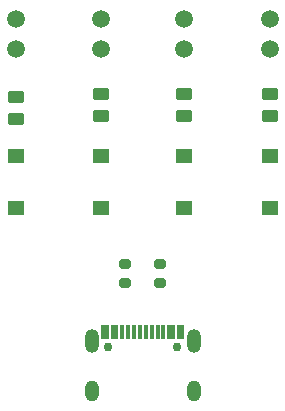
<source format=gbr>
%TF.GenerationSoftware,KiCad,Pcbnew,8.0.5*%
%TF.CreationDate,2024-10-13T15:58:05-04:00*%
%TF.ProjectId,KiCADWorkshopExample,4b694341-4457-46f7-926b-73686f704578,rev?*%
%TF.SameCoordinates,Original*%
%TF.FileFunction,Soldermask,Top*%
%TF.FilePolarity,Negative*%
%FSLAX46Y46*%
G04 Gerber Fmt 4.6, Leading zero omitted, Abs format (unit mm)*
G04 Created by KiCad (PCBNEW 8.0.5) date 2024-10-13 15:58:05*
%MOMM*%
%LPD*%
G01*
G04 APERTURE LIST*
G04 Aperture macros list*
%AMRoundRect*
0 Rectangle with rounded corners*
0 $1 Rounding radius*
0 $2 $3 $4 $5 $6 $7 $8 $9 X,Y pos of 4 corners*
0 Add a 4 corners polygon primitive as box body*
4,1,4,$2,$3,$4,$5,$6,$7,$8,$9,$2,$3,0*
0 Add four circle primitives for the rounded corners*
1,1,$1+$1,$2,$3*
1,1,$1+$1,$4,$5*
1,1,$1+$1,$6,$7*
1,1,$1+$1,$8,$9*
0 Add four rect primitives between the rounded corners*
20,1,$1+$1,$2,$3,$4,$5,0*
20,1,$1+$1,$4,$5,$6,$7,0*
20,1,$1+$1,$6,$7,$8,$9,0*
20,1,$1+$1,$8,$9,$2,$3,0*%
G04 Aperture macros list end*
%ADD10R,0.300000X1.300000*%
%ADD11O,1.200000X1.800000*%
%ADD12O,1.200000X2.000000*%
%ADD13C,0.750000*%
%ADD14R,1.360000X1.230000*%
%ADD15RoundRect,0.200000X0.275000X-0.200000X0.275000X0.200000X-0.275000X0.200000X-0.275000X-0.200000X0*%
%ADD16RoundRect,0.250000X0.450000X-0.262500X0.450000X0.262500X-0.450000X0.262500X-0.450000X-0.262500X0*%
%ADD17C,1.520000*%
G04 APERTURE END LIST*
D10*
%TO.C,USBC1*%
X90750000Y-143477500D03*
X91250000Y-143477500D03*
X91750000Y-143477500D03*
X92250000Y-143477500D03*
X92750000Y-143477500D03*
X93250000Y-143477500D03*
X93750000Y-143477500D03*
X94250000Y-143477500D03*
X89150000Y-143477500D03*
X89450000Y-143477500D03*
X89950000Y-143477500D03*
X90250000Y-143477500D03*
X94750000Y-143477500D03*
X95050000Y-143477500D03*
X95550000Y-143477500D03*
X95850000Y-143477500D03*
D11*
X96830000Y-148417500D03*
D12*
X96830000Y-144237500D03*
X88170000Y-144237500D03*
D11*
X88170000Y-148417500D03*
D13*
X89600000Y-144737500D03*
X95400000Y-144737500D03*
%TD*%
D14*
%TO.C,SW4*%
X81750000Y-132930000D03*
X81750000Y-128570000D03*
%TD*%
%TO.C,SW3*%
X89000000Y-132930000D03*
X89000000Y-128570000D03*
%TD*%
%TO.C,SW2*%
X96000000Y-132930000D03*
X96000000Y-128570000D03*
%TD*%
%TO.C,SW1*%
X103250000Y-132930000D03*
X103250000Y-128570000D03*
%TD*%
D15*
%TO.C,R6*%
X94000000Y-139325000D03*
X94000000Y-137675000D03*
%TD*%
D16*
%TO.C,R5*%
X81750000Y-125412500D03*
X81750000Y-123587500D03*
%TD*%
%TO.C,R4*%
X89000000Y-125162500D03*
X89000000Y-123337500D03*
%TD*%
%TO.C,R3*%
X96000000Y-125162500D03*
X96000000Y-123337500D03*
%TD*%
D15*
%TO.C,R2*%
X91000000Y-137675000D03*
X91000000Y-139325000D03*
%TD*%
D16*
%TO.C,R1*%
X103250000Y-125162500D03*
X103250000Y-123337500D03*
%TD*%
D17*
%TO.C,LED4*%
X81750000Y-119500000D03*
X81750000Y-116960000D03*
%TD*%
%TO.C,LED3*%
X89000000Y-119520000D03*
X89000000Y-116980000D03*
%TD*%
%TO.C,LED2*%
X96000000Y-119520000D03*
X96000000Y-116980000D03*
%TD*%
%TO.C,LED1*%
X103250000Y-119520000D03*
X103250000Y-116980000D03*
%TD*%
M02*

</source>
